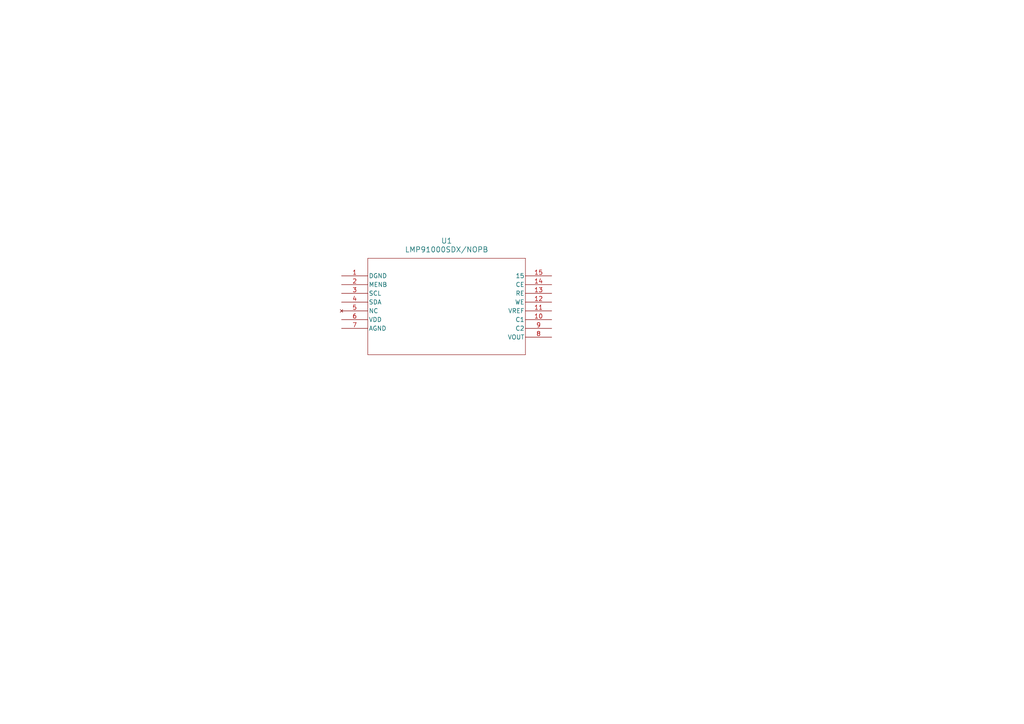
<source format=kicad_sch>
(kicad_sch (version 20250114) (generator "eeschema") (generator_version "9.0")
  (paper "A4")
  (lib_symbols
    (symbol "LMP91000SDX:LMP91000SDX_NOPB" (pin_names (offset 0.254))
      (property "Reference" "U" (at 30.48 10.16 0))
      (property "Value" "LMP91000SDX/NOPB" (at 30.48 7.62 0))
      (symbol "LMP91000SDX_NOPB_0_1"
        (polyline (pts (xy 7.62 5.08) (xy 7.62 -22.86)) (stroke (width 0.127)))
        (polyline (pts (xy 7.62 -22.86) (xy 53.34 -22.86)) (stroke (width 0.127)))
        (polyline (pts (xy 53.34 5.08) (xy 7.62 5.08)) (stroke (width 0.127)))
        (polyline (pts (xy 53.34 -22.86) (xy 53.34 5.08)) (stroke (width 0.127)))
        (pin power_in line (at 0 0 0) (length 7.62) (name "DGND") (number "1"))
        (pin unspecified line (at 0 -2.54 0) (length 7.62) (name "MENB") (number "2"))
        (pin unspecified line (at 0 -5.08 0) (length 7.62) (name "SCL") (number "3"))
        (pin unspecified line (at 0 -7.62 0) (length 7.62) (name "SDA") (number "4"))
        (pin no_connect line (at 0 -10.16 0) (length 7.62) (name "NC") (number "5"))
        (pin power_in line (at 0 -12.7 0) (length 7.62) (name "VDD") (number "6"))
        (pin power_in line (at 0 -15.24 0) (length 7.62) (name "AGND") (number "7"))
        (pin unspecified line (at 60.96 0 180) (length 7.62) (name "15") (number "15"))
        (pin output line (at 60.96 -2.54 180) (length 7.62) (name "CE") (number "14"))
        (pin input line (at 60.96 -5.08 180) (length 7.62) (name "RE") (number "13"))
        (pin output line (at 60.96 -7.62 180) (length 7.62) (name "WE") (number "12"))
        (pin input line (at 60.96 -10.16 180) (length 7.62) (name "VREF") (number "11"))
        (pin unspecified line (at 60.96 -12.7 180) (length 7.62) (name "C1") (number "10"))
        (pin unspecified line (at 60.96 -15.24 180) (length 7.62) (name "C2") (number "9"))
        (pin output line (at 60.96 -17.78 180) (length 7.62) (name "VOUT") (number "8"))
      )
    )
  )
  (symbol (lib_id "LMP91000SDX:LMP91000SDX_NOPB") (at 99.06 80.01 0) (unit 1)
    (property "Reference" "U1" (at 129.54 69.85 0) (effects (font (size 1.524 1.524))))
    (property "Value" "LMP91000SDX/NOPB" (at 129.54 72.39 0) (effects (font (size 1.524 1.524))))
    (property "Footprint" "SDA14B" (effects (hide yes)))
    (property "Datasheet" "LMP91000SDX/NOPB" (effects (hide yes)))
  )
)
</source>
